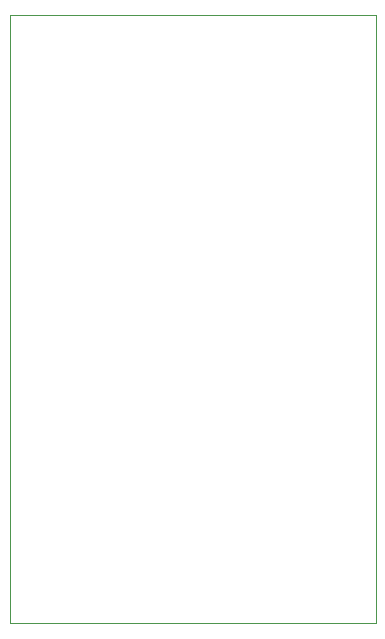
<source format=gbp>
G04 #@! TF.GenerationSoftware,KiCad,Pcbnew,8.0.5-8.0.5-0~ubuntu24.04.1*
G04 #@! TF.CreationDate,2024-09-24T16:48:19+02:00*
G04 #@! TF.ProjectId,ESP32-S2_S3-WROOM_flexypin,45535033-322d-4533-925f-53332d57524f,rev?*
G04 #@! TF.SameCoordinates,Original*
G04 #@! TF.FileFunction,Paste,Bot*
G04 #@! TF.FilePolarity,Positive*
%FSLAX46Y46*%
G04 Gerber Fmt 4.6, Leading zero omitted, Abs format (unit mm)*
G04 Created by KiCad (PCBNEW 8.0.5-8.0.5-0~ubuntu24.04.1) date 2024-09-24 16:48:19*
%MOMM*%
%LPD*%
G01*
G04 APERTURE LIST*
G04 #@! TA.AperFunction,Profile*
%ADD10C,0.100000*%
G04 #@! TD*
G04 APERTURE END LIST*
D10*
X132588000Y-80100000D02*
X163576000Y-80100000D01*
X163576000Y-131580000D02*
X132588000Y-131580000D01*
X163576000Y-80100000D02*
X163576000Y-131580000D01*
X132588000Y-131580000D02*
X132588000Y-80100000D01*
M02*

</source>
